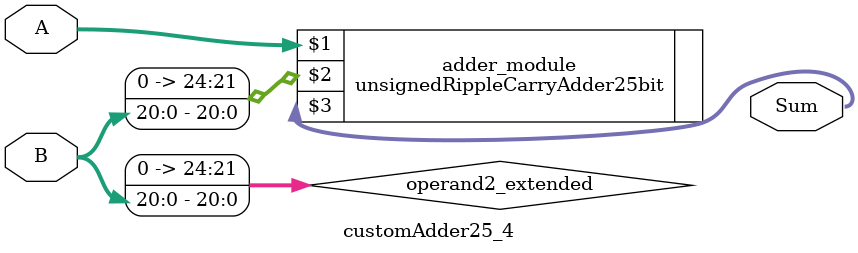
<source format=v>

module customAdder25_4(
                    input [24 : 0] A,
                    input [20 : 0] B,
                    
                    output [25 : 0] Sum
            );

    wire [24 : 0] operand2_extended;
    
    assign operand2_extended =  {4'b0, B};
    
    unsignedRippleCarryAdder25bit adder_module(
        A,
        operand2_extended,
        Sum
    );
    
endmodule
        
</source>
